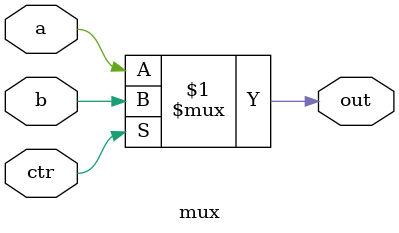
<source format=v>
`timescale 1ns / 1ps


module mux(
    input a,
    input b,
    input ctr,
    output out
    );
    assign out = ctr ? b :a;
    /*wire w1,w2,w3;
    not n1 (w1,ctr);
    and a1 (w2,w1,a);
    and a2 (w3,ctr,b);
    or o1 (out,w3,w2);*/
        
endmodule

</source>
